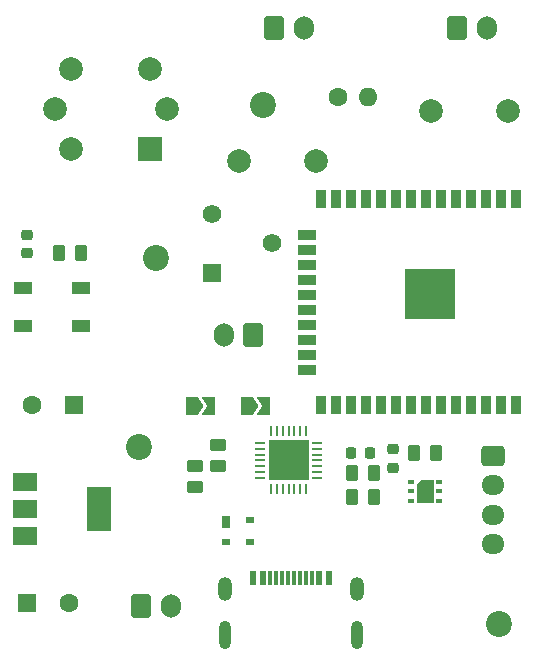
<source format=gbr>
%TF.GenerationSoftware,KiCad,Pcbnew,7.0.9-7.0.9~ubuntu22.04.1*%
%TF.CreationDate,2023-12-02T23:02:12+03:00*%
%TF.ProjectId,air-detector,6169722d-6465-4746-9563-746f722e6b69,rev?*%
%TF.SameCoordinates,Original*%
%TF.FileFunction,Soldermask,Top*%
%TF.FilePolarity,Negative*%
%FSLAX46Y46*%
G04 Gerber Fmt 4.6, Leading zero omitted, Abs format (unit mm)*
G04 Created by KiCad (PCBNEW 7.0.9-7.0.9~ubuntu22.04.1) date 2023-12-02 23:02:12*
%MOMM*%
%LPD*%
G01*
G04 APERTURE LIST*
G04 Aperture macros list*
%AMRoundRect*
0 Rectangle with rounded corners*
0 $1 Rounding radius*
0 $2 $3 $4 $5 $6 $7 $8 $9 X,Y pos of 4 corners*
0 Add a 4 corners polygon primitive as box body*
4,1,4,$2,$3,$4,$5,$6,$7,$8,$9,$2,$3,0*
0 Add four circle primitives for the rounded corners*
1,1,$1+$1,$2,$3*
1,1,$1+$1,$4,$5*
1,1,$1+$1,$6,$7*
1,1,$1+$1,$8,$9*
0 Add four rect primitives between the rounded corners*
20,1,$1+$1,$2,$3,$4,$5,0*
20,1,$1+$1,$4,$5,$6,$7,0*
20,1,$1+$1,$6,$7,$8,$9,0*
20,1,$1+$1,$8,$9,$2,$3,0*%
%AMFreePoly0*
4,1,6,1.000000,0.000000,0.500000,-0.750000,-0.500000,-0.750000,-0.500000,0.750000,0.500000,0.750000,1.000000,0.000000,1.000000,0.000000,$1*%
%AMFreePoly1*
4,1,6,0.500000,-0.750000,-0.650000,-0.750000,-0.150000,0.000000,-0.650000,0.750000,0.500000,0.750000,0.500000,-0.750000,0.500000,-0.750000,$1*%
G04 Aperture macros list end*
%ADD10C,0.010000*%
%ADD11C,2.200000*%
%ADD12RoundRect,0.250000X-0.262500X-0.450000X0.262500X-0.450000X0.262500X0.450000X-0.262500X0.450000X0*%
%ADD13R,1.600000X1.600000*%
%ADD14C,1.600000*%
%ADD15RoundRect,0.225000X-0.250000X0.225000X-0.250000X-0.225000X0.250000X-0.225000X0.250000X0.225000X0*%
%ADD16RoundRect,0.225000X0.250000X-0.225000X0.250000X0.225000X-0.250000X0.225000X-0.250000X-0.225000X0*%
%ADD17R,2.000000X2.000000*%
%ADD18C,2.000000*%
%ADD19FreePoly0,0.000000*%
%ADD20FreePoly1,0.000000*%
%ADD21RoundRect,0.250000X0.450000X-0.262500X0.450000X0.262500X-0.450000X0.262500X-0.450000X-0.262500X0*%
%ADD22R,2.000000X1.500000*%
%ADD23R,2.000000X3.800000*%
%ADD24RoundRect,0.250000X-0.600000X-0.750000X0.600000X-0.750000X0.600000X0.750000X-0.600000X0.750000X0*%
%ADD25O,1.700000X2.000000*%
%ADD26RoundRect,0.062500X0.062500X-0.337500X0.062500X0.337500X-0.062500X0.337500X-0.062500X-0.337500X0*%
%ADD27RoundRect,0.062500X0.337500X-0.062500X0.337500X0.062500X-0.337500X0.062500X-0.337500X-0.062500X0*%
%ADD28R,3.350000X3.350000*%
%ADD29R,0.550000X0.400000*%
%ADD30RoundRect,0.225000X-0.225000X-0.250000X0.225000X-0.250000X0.225000X0.250000X-0.225000X0.250000X0*%
%ADD31R,0.600000X1.160000*%
%ADD32R,0.300000X1.160000*%
%ADD33O,1.200000X2.000000*%
%ADD34O,1.000000X2.400000*%
%ADD35R,1.560000X1.560000*%
%ADD36C,1.560000*%
%ADD37RoundRect,0.250000X0.600000X0.750000X-0.600000X0.750000X-0.600000X-0.750000X0.600000X-0.750000X0*%
%ADD38RoundRect,0.250000X-0.725000X0.600000X-0.725000X-0.600000X0.725000X-0.600000X0.725000X0.600000X0*%
%ADD39O,1.950000X1.700000*%
%ADD40RoundRect,0.250000X-0.450000X0.262500X-0.450000X-0.262500X0.450000X-0.262500X0.450000X0.262500X0*%
%ADD41R,0.700000X1.000000*%
%ADD42R,0.700000X0.600000*%
%ADD43R,1.500000X1.000000*%
%ADD44RoundRect,0.250000X0.262500X0.450000X-0.262500X0.450000X-0.262500X-0.450000X0.262500X-0.450000X0*%
%ADD45R,0.900000X1.500000*%
%ADD46R,1.500000X0.900000*%
%ADD47C,0.600000*%
%ADD48R,4.200000X4.200000*%
%ADD49O,1.600000X1.600000*%
G04 APERTURE END LIST*
%TO.C,U10*%
D10*
X102425000Y-75620000D02*
X101075000Y-75620000D01*
X101075000Y-74140000D01*
X101395000Y-73820000D01*
X102425000Y-73820000D01*
X102425000Y-75620000D01*
G36*
X102425000Y-75620000D02*
G01*
X101075000Y-75620000D01*
X101075000Y-74140000D01*
X101395000Y-73820000D01*
X102425000Y-73820000D01*
X102425000Y-75620000D01*
G37*
%TD*%
D11*
%TO.C,H4*%
X88000000Y-42000000D03*
%TD*%
D12*
%TO.C,R19*%
X70787500Y-54600000D03*
X72612500Y-54600000D03*
%TD*%
D11*
%TO.C,H1*%
X108000000Y-86000000D03*
%TD*%
D13*
%TO.C,C33*%
X72000000Y-67470000D03*
D14*
X68500000Y-67470000D03*
%TD*%
D15*
%TO.C,C22*%
X68100000Y-53025000D03*
X68100000Y-54575000D03*
%TD*%
D16*
%TO.C,C19*%
X99036750Y-72745000D03*
X99036750Y-71195000D03*
%TD*%
D13*
%TO.C,C30*%
X68097349Y-84220000D03*
D14*
X71597349Y-84220000D03*
%TD*%
D17*
%TO.C,U6*%
X78500000Y-45720000D03*
D18*
X79890000Y-42360000D03*
X78500000Y-39000000D03*
X71780000Y-39000000D03*
X70390000Y-42360000D03*
X71780000Y-45720000D03*
%TD*%
D11*
%TO.C,H3*%
X79000000Y-55000000D03*
%TD*%
D19*
%TO.C,JP4*%
X82025000Y-67500000D03*
D20*
X83475000Y-67500000D03*
%TD*%
D21*
%TO.C,R28*%
X82250000Y-74382500D03*
X82250000Y-72557500D03*
%TD*%
D22*
%TO.C,U14*%
X67850000Y-73920000D03*
X67850000Y-76220000D03*
D23*
X74150000Y-76220000D03*
D22*
X67850000Y-78520000D03*
%TD*%
D18*
%TO.C,SW4*%
X86000000Y-46750000D03*
X92500000Y-46750000D03*
%TD*%
D24*
%TO.C,J7*%
X89000000Y-35475000D03*
D25*
X91500000Y-35475000D03*
%TD*%
D26*
%TO.C,U13*%
X88700000Y-74570000D03*
X89200000Y-74570000D03*
X89700000Y-74570000D03*
X90200000Y-74570000D03*
X90700000Y-74570000D03*
X91200000Y-74570000D03*
X91700000Y-74570000D03*
D27*
X92650000Y-73620000D03*
X92650000Y-73120000D03*
X92650000Y-72620000D03*
X92650000Y-72120000D03*
X92650000Y-71620000D03*
X92650000Y-71120000D03*
X92650000Y-70620000D03*
D26*
X91700000Y-69670000D03*
X91200000Y-69670000D03*
X90700000Y-69670000D03*
X90200000Y-69670000D03*
X89700000Y-69670000D03*
X89200000Y-69670000D03*
X88700000Y-69670000D03*
D27*
X87750000Y-70620000D03*
X87750000Y-71120000D03*
X87750000Y-71620000D03*
X87750000Y-72120000D03*
X87750000Y-72620000D03*
X87750000Y-73120000D03*
X87750000Y-73620000D03*
D28*
X90200000Y-72120000D03*
%TD*%
D29*
%TO.C,U10*%
X100600000Y-73920000D03*
X100600000Y-74720000D03*
X100600000Y-75520000D03*
X102900000Y-75520000D03*
X102900000Y-74720000D03*
X102900000Y-73920000D03*
%TD*%
D30*
%TO.C,C27*%
X95525000Y-71470000D03*
X97075000Y-71470000D03*
%TD*%
D31*
%TO.C,J9*%
X87200000Y-82090000D03*
X88000000Y-82090000D03*
D32*
X89150000Y-82090000D03*
X90150000Y-82090000D03*
X90650000Y-82090000D03*
X91650000Y-82090000D03*
D31*
X92800000Y-82090000D03*
X93600000Y-82090000D03*
X93600000Y-82090000D03*
X92800000Y-82090000D03*
D32*
X92150000Y-82090000D03*
X91150000Y-82090000D03*
X89650000Y-82090000D03*
X88650000Y-82090000D03*
D31*
X88000000Y-82090000D03*
X87200000Y-82090000D03*
D33*
X84800000Y-82975000D03*
D34*
X84800000Y-86900000D03*
D33*
X96000000Y-82975000D03*
D34*
X96000000Y-86900000D03*
%TD*%
D35*
%TO.C,RV2*%
X83760000Y-56220000D03*
D36*
X88760000Y-53720000D03*
X83760000Y-51220000D03*
%TD*%
D37*
%TO.C,J2*%
X87200000Y-61520000D03*
D25*
X84700000Y-61520000D03*
%TD*%
D38*
%TO.C,J4*%
X107525000Y-71720000D03*
D39*
X107525000Y-74220000D03*
X107525000Y-76720000D03*
X107525000Y-79220000D03*
%TD*%
D24*
%TO.C,J6*%
X104500000Y-35500000D03*
D25*
X107000000Y-35500000D03*
%TD*%
D11*
%TO.C,H2*%
X77500000Y-71000000D03*
%TD*%
D40*
%TO.C,R27*%
X84250000Y-70807500D03*
X84250000Y-72632500D03*
%TD*%
D41*
%TO.C,D9*%
X84900000Y-77350000D03*
D42*
X84900000Y-79050000D03*
X86900000Y-79050000D03*
X86900000Y-77150000D03*
%TD*%
D43*
%TO.C,D4*%
X72595000Y-60755000D03*
X72595000Y-57555000D03*
X67695000Y-57555000D03*
X67695000Y-60755000D03*
%TD*%
D12*
%TO.C,R25*%
X95587500Y-73220000D03*
X97412500Y-73220000D03*
%TD*%
D44*
%TO.C,R24*%
X97412500Y-75220000D03*
X95587500Y-75220000D03*
%TD*%
D45*
%TO.C,U15*%
X109500000Y-49970000D03*
X108230000Y-49970000D03*
X106960000Y-49970000D03*
X105690000Y-49970000D03*
X104420000Y-49970000D03*
X103150000Y-49970000D03*
X101880000Y-49970000D03*
X100610000Y-49970000D03*
X99340000Y-49970000D03*
X98070000Y-49970000D03*
X96800000Y-49970000D03*
X95530000Y-49970000D03*
X94260000Y-49970000D03*
X92990000Y-49970000D03*
D46*
X91740000Y-53010000D03*
X91740000Y-54280000D03*
X91740000Y-55550000D03*
X91740000Y-56820000D03*
X91740000Y-58090000D03*
X91740000Y-59360000D03*
X91740000Y-60630000D03*
X91740000Y-61900000D03*
X91740000Y-63170000D03*
X91740000Y-64440000D03*
D45*
X92990000Y-67470000D03*
X94260000Y-67470000D03*
X95530000Y-67470000D03*
X96800000Y-67470000D03*
X98070000Y-67470000D03*
X99340000Y-67470000D03*
X100610000Y-67470000D03*
X101880000Y-67470000D03*
X103150000Y-67470000D03*
X104420000Y-67470000D03*
X105690000Y-67470000D03*
X106960000Y-67470000D03*
X108230000Y-67470000D03*
X109500000Y-67470000D03*
D47*
X102922500Y-56515000D03*
X101397500Y-56515000D03*
X103685000Y-57277500D03*
X102160000Y-57277500D03*
X100635000Y-57277500D03*
X102922500Y-58040000D03*
D48*
X102160000Y-58040000D03*
D47*
X101397500Y-58040000D03*
X103685000Y-58802500D03*
X102160000Y-58802500D03*
X100635000Y-58802500D03*
X102922500Y-59565000D03*
X101397500Y-59565000D03*
%TD*%
D24*
%TO.C,J10*%
X77750000Y-84445000D03*
D25*
X80250000Y-84445000D03*
%TD*%
D44*
%TO.C,R16*%
X102662500Y-71470000D03*
X100837500Y-71470000D03*
%TD*%
D18*
%TO.C,SW2*%
X102250000Y-42500000D03*
X108750000Y-42500000D03*
%TD*%
D19*
%TO.C,JP3*%
X86675000Y-67500000D03*
D20*
X88125000Y-67500000D03*
%TD*%
D14*
%TO.C,R8*%
X94355000Y-41320000D03*
D49*
X96895000Y-41320000D03*
%TD*%
M02*

</source>
